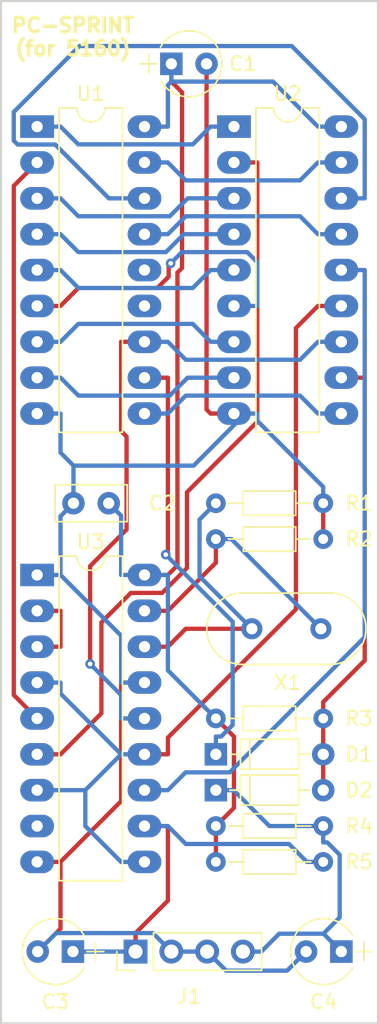
<source format=kicad_pcb>
(kicad_pcb (version 20221018) (generator pcbnew)
  (layers (0 "F.Cu" signal) (31 "B.Cu" signal) (34 "B.Paste" user) (35 "F.Paste" user) (36 "B.SilkS" user "B.Silkscreen") (37 "F.SilkS" user "F.Silkscreen") (38 "B.Mask" user) (39 "F.Mask" user) (44 "Edge.Cuts" user))
  (net 0 "")
  (net 1 "Net-(C1-Pad1)")
  (net 2 "Net-(C1-Pad2)")
  (net 3 "Net-(C3-Pad1)")
  (net 4 "Net-(C4-Pad1)")
  (net 5 "Net-(D1-Pad1)")
  (net 6 "Net-(D1-Pad2)")
  (net 7 "Net-(R1-Pad1)")
  (net 8 "Net-(R2-Pad1)")
  (net 9 "Net-(U1-Pad1)")
  (net 10 "Net-(U1-Pad10)")
  (net 11 "Net-(U1-Pad2)")
  (net 12 "Net-(U1-Pad3)")
  (net 13 "Net-(U1-Pad12)")
  (net 14 "Net-(U1-Pad4)")
  (net 15 "Net-(U1-Pad13)")
  (net 16 "Net-(U1-Pad5)")
  (net 17 "Net-(U1-Pad14)")
  (net 18 "Net-(U1-Pad6)")
  (net 19 "Net-(U1-Pad15)")
  (net 20 "Net-(U1-Pad7)")
  (net 21 "Net-(U1-Pad16)")
  (net 22 "Net-(U1-Pad8)")
  (net 23 "Net-(U1-Pad17)")
  (net 24 "Net-(U2-Pad2)")
  (net 25 "Net-(U2-Pad13)")
  (net 26 "Net-(U2-Pad14)")
  (net 27 "Net-(U3-Pad2)")
  (net 28 "Net-(U3-Pad8)")
  (footprint "Pin_Headers:Pin_Header_Straight_1x04_Pitch2.54mm" (layer "F.Cu") (at 137.795 143.51 90)
    (fp_text reference "J1" (at -3.175 3.81 180) (layer "F.SilkS"))
    (fp_text value "TB1")
    (fp_line (start -1.33 -1.33) (end 0 -1.33) (stroke (width 0.12)) (layer "F.SilkS"))
    (fp_line (start -1.33 0) (end -1.33 -1.33) (stroke (width 0.12)) (layer "F.SilkS"))
    (fp_line (start -1.33 1.27) (end -1.33 8.95) (stroke (width 0.12)) (layer "F.SilkS"))
    (fp_line (start -1.33 1.27) (end 1.33 1.27) (stroke (width 0.12)) (layer "F.SilkS"))
    (fp_line (start -1.33 8.95) (end 1.33 8.95) (stroke (width 0.12)) (layer "F.SilkS"))
    (fp_line (start 1.33 1.27) (end 1.33 8.95) (stroke (width 0.12)) (layer "F.SilkS"))
    (pad "1" thru_hole rect (at 0 0 90) (size 1.7 1.7) (drill 1) (layers "*.Cu" "*.Mask") (net 3 "Net-(C3-Pad1)"))
    (pad "2" thru_hole oval (at 0 2.54 90) (size 1.7 1.7) (drill 1) (layers "*.Cu" "*.Mask") (net 2 "Net-(C1-Pad2)"))
    (pad "3" thru_hole oval (at 0 5.08 90) (size 1.7 1.7) (drill 1) (layers "*.Cu" "*.Mask") (net 2 "Net-(C1-Pad2)"))
    (pad "4" thru_hole oval (at 0 7.62 90) (size 1.7 1.7) (drill 1) (layers "*.Cu" "*.Mask") (net 4 "Net-(C4-Pad1)"))
  )
  (footprint "Resistors_THT:R_Axial_DIN0204_L3.6mm_D1.6mm_P7.62mm_Horizontal" (layer "F.Cu") (at 143.495 111.76)
    (fp_text reference "R1" (at 10.16 0) (layer "F.SilkS"))
    (fp_text value "560")
    (fp_line (start 0.88 0) (end 1.95 0) (stroke (width 0.12)) (layer "F.SilkS"))
    (fp_line (start 1.95 -0.86) (end 1.95 0.86) (stroke (width 0.12)) (layer "F.SilkS"))
    (fp_line (start 1.95 0.86) (end 5.67 0.86) (stroke (width 0.12)) (layer "F.SilkS"))
    (fp_line (start 5.67 -0.86) (end 1.95 -0.86) (stroke (width 0.12)) (layer "F.SilkS"))
    (fp_line (start 5.67 0.86) (end 5.67 -0.86) (stroke (width 0.12)) (layer "F.SilkS"))
    (fp_line (start 6.74 0) (end 5.67 0) (stroke (width 0.12)) (layer "F.SilkS"))
    (pad "1" thru_hole circle (at 0 0) (size 1.4 1.4) (drill 0.7) (layers "*.Cu" "*.Mask") (net 7 "Net-(R1-Pad1)"))
    (pad "2" thru_hole oval (at 7.62 0) (size 1.4 1.4) (drill 0.7) (layers "*.Cu" "*.Mask") (net 2 "Net-(C1-Pad2)"))
  )
  (footprint "Resistors_THT:R_Axial_DIN0204_L3.6mm_D1.6mm_P7.62mm_Horizontal" (layer "F.Cu") (at 143.495 114.3)
    (fp_text reference "R2" (at 10.16 0) (layer "F.SilkS"))
    (fp_text value "560")
    (fp_line (start 0.88 0) (end 1.95 0) (stroke (width 0.12)) (layer "F.SilkS"))
    (fp_line (start 1.95 -0.86) (end 1.95 0.86) (stroke (width 0.12)) (layer "F.SilkS"))
    (fp_line (start 1.95 0.86) (end 5.67 0.86) (stroke (width 0.12)) (layer "F.SilkS"))
    (fp_line (start 5.67 -0.86) (end 1.95 -0.86) (stroke (width 0.12)) (layer "F.SilkS"))
    (fp_line (start 5.67 0.86) (end 5.67 -0.86) (stroke (width 0.12)) (layer "F.SilkS"))
    (fp_line (start 6.74 0) (end 5.67 0) (stroke (width 0.12)) (layer "F.SilkS"))
    (pad "1" thru_hole circle (at 0 0) (size 1.4 1.4) (drill 0.7) (layers "*.Cu" "*.Mask") (net 8 "Net-(R2-Pad1)"))
    (pad "2" thru_hole oval (at 7.62 0) (size 1.4 1.4) (drill 0.7) (layers "*.Cu" "*.Mask") (net 2 "Net-(C1-Pad2)"))
  )
  (footprint "Resistors_THT:R_Axial_DIN0204_L3.6mm_D1.6mm_P7.62mm_Horizontal" (layer "F.Cu") (at 143.495 127)
    (fp_text reference "R3" (at 10.16 0) (layer "F.SilkS"))
    (fp_text value "3.3K")
    (fp_line (start 0.88 0) (end 1.95 0) (stroke (width 0.12)) (layer "F.SilkS"))
    (fp_line (start 1.95 -0.86) (end 1.95 0.86) (stroke (width 0.12)) (layer "F.SilkS"))
    (fp_line (start 1.95 0.86) (end 5.67 0.86) (stroke (width 0.12)) (layer "F.SilkS"))
    (fp_line (start 5.67 -0.86) (end 1.95 -0.86) (stroke (width 0.12)) (layer "F.SilkS"))
    (fp_line (start 5.67 0.86) (end 5.67 -0.86) (stroke (width 0.12)) (layer "F.SilkS"))
    (fp_line (start 6.74 0) (end 5.67 0) (stroke (width 0.12)) (layer "F.SilkS"))
    (pad "1" thru_hole circle (at 0 0) (size 1.4 1.4) (drill 0.7) (layers "*.Cu" "*.Mask") (net 1 "Net-(C1-Pad1)"))
    (pad "2" thru_hole oval (at 7.62 0) (size 1.4 1.4) (drill 0.7) (layers "*.Cu" "*.Mask") (net 6 "Net-(D1-Pad2)"))
  )
  (footprint "Resistors_THT:R_Axial_DIN0204_L3.6mm_D1.6mm_P7.62mm_Horizontal" (layer "F.Cu") (at 143.495 134.62)
    (fp_text reference "R4" (at 10.16 0) (layer "F.SilkS"))
    (fp_text value "10K")
    (fp_line (start 0.88 0) (end 1.95 0) (stroke (width 0.12)) (layer "F.SilkS"))
    (fp_line (start 1.95 -0.86) (end 1.95 0.86) (stroke (width 0.12)) (layer "F.SilkS"))
    (fp_line (start 1.95 0.86) (end 5.67 0.86) (stroke (width 0.12)) (layer "F.SilkS"))
    (fp_line (start 5.67 -0.86) (end 1.95 -0.86) (stroke (width 0.12)) (layer "F.SilkS"))
    (fp_line (start 5.67 0.86) (end 5.67 -0.86) (stroke (width 0.12)) (layer "F.SilkS"))
    (fp_line (start 6.74 0) (end 5.67 0) (stroke (width 0.12)) (layer "F.SilkS"))
    (pad "1" thru_hole circle (at 0 0) (size 1.4 1.4) (drill 0.7) (layers "*.Cu" "*.Mask") (net 1 "Net-(C1-Pad1)"))
    (pad "2" thru_hole oval (at 7.62 0) (size 1.4 1.4) (drill 0.7) (layers "*.Cu" "*.Mask") (net 4 "Net-(C4-Pad1)"))
  )
  (footprint "Resistors_THT:R_Axial_DIN0204_L3.6mm_D1.6mm_P7.62mm_Horizontal" (layer "F.Cu") (at 143.495 137.16)
    (fp_text reference "R5" (at 10.16 0) (layer "F.SilkS"))
    (fp_text value "10K")
    (fp_line (start 0.88 0) (end 1.95 0) (stroke (width 0.12)) (layer "F.SilkS"))
    (fp_line (start 1.95 -0.86) (end 1.95 0.86) (stroke (width 0.12)) (layer "F.SilkS"))
    (fp_line (start 1.95 0.86) (end 5.67 0.86) (stroke (width 0.12)) (layer "F.SilkS"))
    (fp_line (start 5.67 -0.86) (end 1.95 -0.86) (stroke (width 0.12)) (layer "F.SilkS"))
    (fp_line (start 5.67 0.86) (end 5.67 -0.86) (stroke (width 0.12)) (layer "F.SilkS"))
    (fp_line (start 6.74 0) (end 5.67 0) (stroke (width 0.12)) (layer "F.SilkS"))
    (pad "1" thru_hole circle (at 0 0) (size 1.4 1.4) (drill 0.7) (layers "*.Cu" "*.Mask") (net 1 "Net-(C1-Pad1)"))
    (pad "2" thru_hole oval (at 7.62 0) (size 1.4 1.4) (drill 0.7) (layers "*.Cu" "*.Mask") (net 3 "Net-(C3-Pad1)"))
  )
  (footprint "Housings_DIP:DIP-18_W7.62mm_LongPads" (layer "F.Cu") (at 130.81 85.09)
    (fp_text reference "U1" (at 3.81 -2.33) (layer "F.SilkS"))
    (fp_text value "8284A")
    (fp_line (start 1.56 -1.33) (end 1.56 21.65) (stroke (width 0.12)) (layer "F.SilkS"))
    (fp_line (start 1.56 21.65) (end 6.06 21.65) (stroke (width 0.12)) (layer "F.SilkS"))
    (fp_line (start 2.81 -1.33) (end 1.56 -1.33) (stroke (width 0.12)) (layer "F.SilkS"))
    (fp_line (start 6.06 -1.33) (end 4.81 -1.33) (stroke (width 0.12)) (layer "F.SilkS"))
    (fp_line (start 6.06 21.65) (end 6.06 -1.33) (stroke (width 0.12)) (layer "F.SilkS"))
    (fp_arc (start 4.81 -1.33) (mid 3.81 -0.33) (end 2.81 -1.33) (stroke (width 0.12)) (layer "F.SilkS"))
    (pad "1" thru_hole rect (at 0 0) (size 2.4 1.6) (drill 0.8) (layers "*.Cu" "*.Mask") (net 9 "Net-(U1-Pad1)"))
    (pad "2" thru_hole oval (at 0 2.54) (size 2.4 1.6) (drill 0.8) (layers "*.Cu" "*.Mask") (net 11 "Net-(U1-Pad2)"))
    (pad "3" thru_hole oval (at 0 5.08) (size 2.4 1.6) (drill 0.8) (layers "*.Cu" "*.Mask") (net 12 "Net-(U1-Pad3)"))
    (pad "4" thru_hole oval (at 0 7.62) (size 2.4 1.6) (drill 0.8) (layers "*.Cu" "*.Mask") (net 14 "Net-(U1-Pad4)"))
    (pad "5" thru_hole oval (at 0 10.16) (size 2.4 1.6) (drill 0.8) (layers "*.Cu" "*.Mask") (net 16 "Net-(U1-Pad5)"))
    (pad "6" thru_hole oval (at 0 12.7) (size 2.4 1.6) (drill 0.8) (layers "*.Cu" "*.Mask") (net 18 "Net-(U1-Pad6)"))
    (pad "7" thru_hole oval (at 0 15.24) (size 2.4 1.6) (drill 0.8) (layers "*.Cu" "*.Mask") (net 20 "Net-(U1-Pad7)"))
    (pad "8" thru_hole oval (at 0 17.78) (size 2.4 1.6) (drill 0.8) (layers "*.Cu" "*.Mask") (net 22 "Net-(U1-Pad8)"))
    (pad "9" thru_hole oval (at 0 20.32) (size 2.4 1.6) (drill 0.8) (layers "*.Cu" "*.Mask") (net 2 "Net-(C1-Pad2)"))
    (pad "10" thru_hole oval (at 7.62 20.32) (size 2.4 1.6) (drill 0.8) (layers "*.Cu" "*.Mask") (net 10 "Net-(U1-Pad10)"))
    (pad "11" thru_hole oval (at 7.62 17.78) (size 2.4 1.6) (drill 0.8) (layers "*.Cu" "*.Mask") (net 5 "Net-(D1-Pad1)"))
    (pad "12" thru_hole oval (at 7.62 15.24) (size 2.4 1.6) (drill 0.8) (layers "*.Cu" "*.Mask") (net 13 "Net-(U1-Pad12)"))
    (pad "13" thru_hole oval (at 7.62 12.7) (size 2.4 1.6) (drill 0.8) (layers "*.Cu" "*.Mask") (net 15 "Net-(U1-Pad13)"))
    (pad "14" thru_hole oval (at 7.62 10.16) (size 2.4 1.6) (drill 0.8) (layers "*.Cu" "*.Mask") (net 17 "Net-(U1-Pad14)"))
    (pad "15" thru_hole oval (at 7.62 7.62) (size 2.4 1.6) (drill 0.8) (layers "*.Cu" "*.Mask") (net 19 "Net-(U1-Pad15)"))
    (pad "16" thru_hole oval (at 7.62 5.08) (size 2.4 1.6) (drill 0.8) (layers "*.Cu" "*.Mask") (net 21 "Net-(U1-Pad16)"))
    (pad "17" thru_hole oval (at 7.62 2.54) (size 2.4 1.6) (drill 0.8) (layers "*.Cu" "*.Mask") (net 23 "Net-(U1-Pad17)"))
    (pad "18" thru_hole oval (at 7.62 0) (size 2.4 1.6) (drill 0.8) (layers "*.Cu" "*.Mask") (net 1 "Net-(C1-Pad1)"))
  )
  (footprint "Housings_DIP:DIP-18_W7.62mm_LongPads" (layer "F.Cu") (at 144.78 85.09)
    (fp_text reference "U2" (at 3.81 -2.33) (layer "F.SilkS"))
    (fp_text value "8284A")
    (fp_line (start 1.56 -1.33) (end 1.56 21.65) (stroke (width 0.12)) (layer "F.SilkS"))
    (fp_line (start 1.56 21.65) (end 6.06 21.65) (stroke (width 0.12)) (layer "F.SilkS"))
    (fp_line (start 2.81 -1.33) (end 1.56 -1.33) (stroke (width 0.12)) (layer "F.SilkS"))
    (fp_line (start 6.06 -1.33) (end 4.81 -1.33) (stroke (width 0.12)) (layer "F.SilkS"))
    (fp_line (start 6.06 21.65) (end 6.06 -1.33) (stroke (width 0.12)) (layer "F.SilkS"))
    (fp_arc (start 4.81 -1.33) (mid 3.81 -0.33) (end 2.81 -1.33) (stroke (width 0.12)) (layer "F.SilkS"))
    (pad "1" thru_hole rect (at 0 0) (size 2.4 1.6) (drill 0.8) (layers "*.Cu" "*.Mask") (net 9 "Net-(U1-Pad1)"))
    (pad "2" thru_hole oval (at 0 2.54) (size 2.4 1.6) (drill 0.8) (layers "*.Cu" "*.Mask") (net 24 "Net-(U2-Pad2)"))
    (pad "3" thru_hole oval (at 0 5.08) (size 2.4 1.6) (drill 0.8) (layers "*.Cu" "*.Mask") (net 12 "Net-(U1-Pad3)"))
    (pad "4" thru_hole oval (at 0 7.62) (size 2.4 1.6) (drill 0.8) (layers "*.Cu" "*.Mask") (net 14 "Net-(U1-Pad4)"))
    (pad "5" thru_hole oval (at 0 10.16) (size 2.4 1.6) (drill 0.8) (layers "*.Cu" "*.Mask") (net 16 "Net-(U1-Pad5)"))
    (pad "6" thru_hole oval (at 0 12.7) (size 2.4 1.6) (drill 0.8) (layers "*.Cu" "*.Mask") (net 18 "Net-(U1-Pad6)"))
    (pad "7" thru_hole oval (at 0 15.24) (size 2.4 1.6) (drill 0.8) (layers "*.Cu" "*.Mask") (net 20 "Net-(U1-Pad7)"))
    (pad "8" thru_hole oval (at 0 17.78) (size 2.4 1.6) (drill 0.8) (layers "*.Cu" "*.Mask") (net 22 "Net-(U1-Pad8)"))
    (pad "9" thru_hole oval (at 0 20.32) (size 2.4 1.6) (drill 0.8) (layers "*.Cu" "*.Mask") (net 2 "Net-(C1-Pad2)"))
    (pad "10" thru_hole oval (at 7.62 20.32) (size 2.4 1.6) (drill 0.8) (layers "*.Cu" "*.Mask") (net 10 "Net-(U1-Pad10)"))
    (pad "11" thru_hole oval (at 7.62 17.78) (size 2.4 1.6) (drill 0.8) (layers "*.Cu" "*.Mask") (net 6 "Net-(D1-Pad2)"))
    (pad "12" thru_hole oval (at 7.62 15.24) (size 2.4 1.6) (drill 0.8) (layers "*.Cu" "*.Mask") (net 13 "Net-(U1-Pad12)"))
    (pad "13" thru_hole oval (at 7.62 12.7) (size 2.4 1.6) (drill 0.8) (layers "*.Cu" "*.Mask") (net 25 "Net-(U2-Pad13)"))
    (pad "14" thru_hole oval (at 7.62 10.16) (size 2.4 1.6) (drill 0.8) (layers "*.Cu" "*.Mask") (net 26 "Net-(U2-Pad14)"))
    (pad "15" thru_hole oval (at 7.62 7.62) (size 2.4 1.6) (drill 0.8) (layers "*.Cu" "*.Mask") (net 19 "Net-(U1-Pad15)"))
    (pad "16" thru_hole oval (at 7.62 5.08) (size 2.4 1.6) (drill 0.8) (layers "*.Cu" "*.Mask") (net 21 "Net-(U1-Pad16)"))
    (pad "17" thru_hole oval (at 7.62 2.54) (size 2.4 1.6) (drill 0.8) (layers "*.Cu" "*.Mask") (net 23 "Net-(U1-Pad17)"))
    (pad "18" thru_hole oval (at 7.62 0) (size 2.4 1.6) (drill 0.8) (layers "*.Cu" "*.Mask") (net 1 "Net-(C1-Pad1)"))
  )
  (footprint "Housings_DIP:DIP-18_W7.62mm_LongPads" (layer "F.Cu") (at 130.81 116.84)
    (fp_text reference "U3" (at 3.81 -2.33) (layer "F.SilkS"))
    (fp_text value "8284A")
    (fp_line (start 1.56 -1.33) (end 1.56 21.65) (stroke (width 0.12)) (layer "F.SilkS"))
    (fp_line (start 1.56 21.65) (end 6.06 21.65) (stroke (width 0.12)) (layer "F.SilkS"))
    (fp_line (start 2.81 -1.33) (end 1.56 -1.33) (stroke (width 0.12)) (layer "F.SilkS"))
    (fp_line (start 6.06 -1.33) (end 4.81 -1.33) (stroke (width 0.12)) (layer "F.SilkS"))
    (fp_line (start 6.06 21.65) (end 6.06 -1.33) (stroke (width 0.12)) (layer "F.SilkS"))
    (fp_arc (start 4.81 -1.33) (mid 3.81 -0.33) (end 2.81 -1.33) (stroke (width 0.12)) (layer "F.SilkS"))
    (pad "1" thru_hole rect (at 0 0) (size 2.4 1.6) (drill 0.8) (layers "*.Cu" "*.Mask") (net 2 "Net-(C1-Pad2)"))
    (pad "2" thru_hole oval (at 0 2.54) (size 2.4 1.6) (drill 0.8) (layers "*.Cu" "*.Mask") (net 27 "Net-(U3-Pad2)"))
    (pad "3" thru_hole oval (at 0 5.08) (size 2.4 1.6) (drill 0.8) (layers "*.Cu" "*.Mask") (net 27 "Net-(U3-Pad2)"))
    (pad "4" thru_hole oval (at 0 7.62) (size 2.4 1.6) (drill 0.8) (layers "*.Cu" "*.Mask") (net 25 "Net-(U2-Pad13)"))
    (pad "5" thru_hole oval (at 0 10.16) (size 2.4 1.6) (drill 0.8) (layers "*.Cu" "*.Mask") (net 11 "Net-(U1-Pad2)"))
    (pad "6" thru_hole oval (at 0 12.7) (size 2.4 1.6) (drill 0.8) (layers "*.Cu" "*.Mask") (net 24 "Net-(U2-Pad2)"))
    (pad "7" thru_hole oval (at 0 15.24) (size 2.4 1.6) (drill 0.8) (layers "*.Cu" "*.Mask") (net 25 "Net-(U2-Pad13)"))
    (pad "8" thru_hole oval (at 0 17.78) (size 2.4 1.6) (drill 0.8) (layers "*.Cu" "*.Mask") (net 28 "Net-(U3-Pad8)"))
    (pad "9" thru_hole oval (at 0 20.32) (size 2.4 1.6) (drill 0.8) (layers "*.Cu" "*.Mask") (net 2 "Net-(C1-Pad2)"))
    (pad "10" thru_hole oval (at 7.62 20.32) (size 2.4 1.6) (drill 0.8) (layers "*.Cu" "*.Mask") (net 25 "Net-(U2-Pad13)"))
    (pad "11" thru_hole oval (at 7.62 17.78) (size 2.4 1.6) (drill 0.8) (layers "*.Cu" "*.Mask") (net 3 "Net-(C3-Pad1)"))
    (pad "12" thru_hole oval (at 7.62 15.24) (size 2.4 1.6) (drill 0.8) (layers "*.Cu" "*.Mask") (net 26 "Net-(U2-Pad14)"))
    (pad "13" thru_hole oval (at 7.62 12.7) (size 2.4 1.6) (drill 0.8) (layers "*.Cu" "*.Mask") (net 25 "Net-(U2-Pad13)"))
    (pad "14" thru_hole oval (at 7.62 10.16) (size 2.4 1.6) (drill 0.8) (layers "*.Cu" "*.Mask") (net 13 "Net-(U1-Pad12)"))
    (pad "15" thru_hole oval (at 7.62 7.62) (size 2.4 1.6) (drill 0.8) (layers "*.Cu" "*.Mask") (net 2 "Net-(C1-Pad2)"))
    (pad "16" thru_hole oval (at 7.62 5.08) (size 2.4 1.6) (drill 0.8) (layers "*.Cu" "*.Mask") (net 7 "Net-(R1-Pad1)"))
    (pad "17" thru_hole oval (at 7.62 2.54) (size 2.4 1.6) (drill 0.8) (layers "*.Cu" "*.Mask") (net 8 "Net-(R2-Pad1)"))
    (pad "18" thru_hole oval (at 7.62 0) (size 2.4 1.6) (drill 0.8) (layers "*.Cu" "*.Mask") (net 1 "Net-(C1-Pad1)"))
  )
  (footprint "Crystals:Crystal_HC18-U_Vertical" (layer "F.Cu") (at 146.05 120.65)
    (fp_text reference "X1" (at 2.54 3.81) (layer "F.SilkS"))
    (fp_text value "22.11 MHz")
    (fp_line (start -0.675 -2.525) (end 5.575 -2.525) (stroke (width 0.12)) (layer "F.SilkS"))
    (fp_line (start -0.675 2.525) (end 5.575 2.525) (stroke (width 0.12)) (layer "F.SilkS"))
    (fp_arc (start -0.675 2.525) (mid -3.2 0) (end -0.675 -2.525) (stroke (width 0.12)) (layer "F.SilkS"))
    (fp_arc (start 5.575 -2.525) (mid 8.1 0) (end 5.575 2.525) (stroke (width 0.12)) (layer "F.SilkS"))
    (pad "1" thru_hole circle (at 0 0) (size 1.5 1.5) (drill 0.8) (layers "*.Cu" "*.Mask") (net 7 "Net-(R1-Pad1)"))
    (pad "2" thru_hole circle (at 4.9 0) (size 1.5 1.5) (drill 0.8) (layers "*.Cu" "*.Mask") (net 8 "Net-(R2-Pad1)"))
  )
  (footprint "Capacitors_THT:C_Disc_D5.0mm_W2.5mm_P2.50mm" (layer "F.Cu") (at 135.89 111.76 180)
    (fp_text reference "C2" (at -3.81 0 180) (layer "F.SilkS"))
    (fp_text value "0.01uF")
    (fp_line (start -1.31 -1.31) (end -1.31 1.31) (stroke (width 0.12)) (layer "F.SilkS"))
    (fp_line (start -1.31 -1.31) (end 3.81 -1.31) (stroke (width 0.12)) (layer "F.SilkS"))
    (fp_line (start -1.31 1.31) (end 3.81 1.31) (stroke (width 0.12)) (layer "F.SilkS"))
    (fp_line (start 3.81 -1.31) (end 3.81 1.31) (stroke (width 0.12)) (layer "F.SilkS"))
    (pad "1" thru_hole circle (at 0 0 180) (size 1.6 1.6) (drill 0.8) (layers "*.Cu" "*.Mask") (net 1 "Net-(C1-Pad1)"))
    (pad "2" thru_hole circle (at 2.5 0 180) (size 1.6 1.6) (drill 0.8) (layers "*.Cu" "*.Mask") (net 2 "Net-(C1-Pad2)"))
  )
  (footprint "Diodes_THT:D_DO-35_SOD27_P7.62mm_Horizontal" (layer "F.Cu") (at 143.495 129.54)
    (fp_text reference "D1" (at 10.16 0) (layer "F.SilkS"))
    (fp_text value "1N4148")
    (fp_line (start 0.98 0) (end 1.75 0) (stroke (width 0.12)) (layer "F.SilkS"))
    (fp_line (start 1.75 -1.06) (end 1.75 1.06) (stroke (width 0.12)) (layer "F.SilkS"))
    (fp_line (start 1.75 1.06) (end 5.87 1.06) (stroke (width 0.12)) (layer "F.SilkS"))
    (fp_line (start 2.41 -1.06) (end 2.41 1.06) (stroke (width 0.12)) (layer "F.SilkS"))
    (fp_line (start 5.87 -1.06) (end 1.75 -1.06) (stroke (width 0.12)) (layer "F.SilkS"))
    (fp_line (start 5.87 1.06) (end 5.87 -1.06) (stroke (width 0.12)) (layer "F.SilkS"))
    (fp_line (start 6.64 0) (end 5.87 0) (stroke (width 0.12)) (layer "F.SilkS"))
    (pad "1" thru_hole rect (at 0 0) (size 1.6 1.6) (drill 0.8) (layers "*.Cu" "*.Mask") (net 5 "Net-(D1-Pad1)"))
    (pad "2" thru_hole oval (at 7.62 0) (size 1.6 1.6) (drill 0.8) (layers "*.Cu" "*.Mask") (net 6 "Net-(D1-Pad2)"))
  )
  (footprint "Diodes_THT:D_DO-35_SOD27_P7.62mm_Horizontal" (layer "F.Cu") (at 143.495 132.08)
    (fp_text reference "D2" (at 10.16 0) (layer "F.SilkS"))
    (fp_text value "1N4148")
    (fp_line (start 0.98 0) (end 1.75 0) (stroke (width 0.12)) (layer "F.SilkS"))
    (fp_line (start 1.75 -1.06) (end 1.75 1.06) (stroke (width 0.12)) (layer "F.SilkS"))
    (fp_line (start 1.75 1.06) (end 5.87 1.06) (stroke (width 0.12)) (layer "F.SilkS"))
    (fp_line (start 2.41 -1.06) (end 2.41 1.06) (stroke (width 0.12)) (layer "F.SilkS"))
    (fp_line (start 5.87 -1.06) (end 1.75 -1.06) (stroke (width 0.12)) (layer "F.SilkS"))
    (fp_line (start 5.87 1.06) (end 5.87 -1.06) (stroke (width 0.12)) (layer "F.SilkS"))
    (fp_line (start 6.64 0) (end 5.87 0) (stroke (width 0.12)) (layer "F.SilkS"))
    (pad "1" thru_hole rect (at 0 0) (size 1.6 1.6) (drill 0.8) (layers "*.Cu" "*.Mask") (net 4 "Net-(C4-Pad1)"))
    (pad "2" thru_hole oval (at 7.62 0) (size 1.6 1.6) (drill 0.8) (layers "*.Cu" "*.Mask") (net 6 "Net-(D1-Pad2)"))
  )
  (footprint "Capacitors_THT:CP_Radial_Tantal_D4.5mm_P2.50mm" (layer "F.Cu") (at 140.335 80.645)
    (fp_text reference "C1" (at 5.08 0) (layer "F.SilkS"))
    (fp_text value "10uF")
    (fp_line (start -2.2 0) (end -1 0) (stroke (width 0.12)) (layer "F.SilkS"))
    (fp_line (start -1.6 -0.65) (end -1.6 0.65) (stroke (width 0.12)) (layer "F.SilkS"))
    (fp_arc (start -0.770693 -1.18) (mid 1.249311 -2.34) (end 3.269998 -1.181189) (stroke (width 0.12)) (layer "F.SilkS"))
    (fp_arc (start 3.269998 1.181189) (mid 1.249311 2.34) (end -0.770693 1.18) (stroke (width 0.12)) (layer "F.SilkS"))
    (fp_arc (start 3.270693 -1.18) (mid 3.59 0.000689) (end 3.269998 1.181189) (stroke (width 0.12)) (layer "F.SilkS"))
    (pad "1" thru_hole rect (at 0 0) (size 1.6 1.6) (drill 0.8) (layers "*.Cu" "*.Mask") (net 1 "Net-(C1-Pad1)"))
    (pad "2" thru_hole circle (at 2.5 0) (size 1.6 1.6) (drill 0.8) (layers "*.Cu" "*.Mask") (net 2 "Net-(C1-Pad2)"))
  )
  (footprint "Capacitors_THT:CP_Radial_Tantal_D4.5mm_P2.50mm" (layer "F.Cu") (at 133.35 143.51 180)
    (fp_text reference "C3" (at 1.25 -3.56 180) (layer "F.SilkS"))
    (fp_text value "10uF")
    (fp_line (start -2.2 0) (end -1 0) (stroke (width 0.12)) (layer "F.SilkS"))
    (fp_line (start -1.6 -0.65) (end -1.6 0.65) (stroke (width 0.12)) (layer "F.SilkS"))
    (fp_arc (start -0.770693 -1.18) (mid 1.249311 -2.34) (end 3.269998 -1.181189) (stroke (width 0.12)) (layer "F.SilkS"))
    (fp_arc (start 3.269998 1.181189) (mid 1.249311 2.34) (end -0.770693 1.18) (stroke (width 0.12)) (layer "F.SilkS"))
    (fp_arc (start 3.270693 -1.18) (mid 3.59 0.000689) (end 3.269998 1.181189) (stroke (width 0.12)) (layer "F.SilkS"))
    (pad "1" thru_hole rect (at 0 0 180) (size 1.6 1.6) (drill 0.8) (layers "*.Cu" "*.Mask") (net 3 "Net-(C3-Pad1)"))
    (pad "2" thru_hole circle (at 2.5 0 180) (size 1.6 1.6) (drill 0.8) (layers "*.Cu" "*.Mask") (net 2 "Net-(C1-Pad2)"))
  )
  (footprint "Capacitors_THT:CP_Radial_Tantal_D4.5mm_P2.50mm" (layer "F.Cu") (at 152.4 143.51 180)
    (fp_text reference "C4" (at 1.25 -3.56 180) (layer "F.SilkS"))
    (fp_text value "10uF")
    (fp_line (start -2.2 0) (end -1 0) (stroke (width 0.12)) (layer "F.SilkS"))
    (fp_line (start -1.6 -0.65) (end -1.6 0.65) (stroke (width 0.12)) (layer "F.SilkS"))
    (fp_arc (start -0.770693 -1.18) (mid 1.249311 -2.34) (end 3.269998 -1.181189) (stroke (width 0.12)) (layer "F.SilkS"))
    (fp_arc (start 3.269998 1.181189) (mid 1.249311 2.34) (end -0.770693 1.18) (stroke (width 0.12)) (layer "F.SilkS"))
    (fp_arc (start 3.270693 -1.18) (mid 3.59 0.000689) (end 3.269998 1.181189) (stroke (width 0.12)) (layer "F.SilkS"))
    (pad "1" thru_hole rect (at 0 0 180) (size 1.6 1.6) (drill 0.8) (layers "*.Cu" "*.Mask") (net 4 "Net-(C4-Pad1)"))
    (pad "2" thru_hole circle (at 2.5 0 180) (size 1.6 1.6) (drill 0.8) (layers "*.Cu" "*.Mask") (net 2 "Net-(C1-Pad2)"))
  )
  (gr_line (start 155 76.2) (end 155 148.59) (stroke (width 0.15)) (layer "Edge.Cuts"))
  (gr_line (start 128.25 148.59) (end 155 148.59) (stroke (width 0.15)) (layer "Edge.Cuts"))
  (gr_line (start 128.25 76.2) (end 155 76.2) (stroke (width 0.15)) (layer "Edge.Cuts"))
  (gr_line (start 128.25 148.59) (end 128.25 76.2) (stroke (width 0.15)) (layer "Edge.Cuts"))
  (gr_text "PC-SPRINT\n(for 5160)" (at 133.35 78.74) (layer "F.SilkS") (effects (font (size 1.016 1.016) (thickness 0.254))))
  (segment (start 140.0891 116.84) (end 140.7688 116.1603) (width 0.3048) (layer "F.Cu") (net 1))
  (segment (start 141.0954 95.1007) (end 141.0954 82.6645) (width 0.3048) (layer "F.Cu") (net 1))
  (segment (start 144.7774 128.2824) (end 143.495 127) (width 0.3048) (layer "F.Cu") (net 1))
  (segment (start 143.495 134.62) (end 144.7774 133.3376) (width 0.3048) (layer "F.Cu") (net 1))
  (segment (start 144.7774 133.3376) (end 144.7774 128.2824) (width 0.3048) (layer "F.Cu") (net 1))
  (segment (start 138.43 116.84) (end 140.0891 116.84) (width 0.3048) (layer "F.Cu") (net 1))
  (segment (start 143.495 137.16) (end 143.495 134.62) (width 0.3048) (layer "F.Cu") (net 1))
  (segment (start 140.335 80.645) (end 140.335 81.9041) (width 0.3048) (layer "F.Cu") (net 1))
  (segment (start 140.7688 116.1603) (end 140.7688 95.4273) (width 0.3048) (layer "F.Cu") (net 1))
  (segment (start 141.0954 82.6645) (end 140.335 81.9041) (width 0.3048) (layer "F.Cu") (net 1))
  (segment (start 140.7688 95.4273) (end 141.0954 95.1007) (width 0.3048) (layer "F.Cu") (net 1))
  (segment (start 135.89 111.76) (end 136.7709 112.6409) (width 0.3048) (layer "B.Cu") (net 1))
  (segment (start 150.7409 85.09) (end 147.555 81.9041) (width 0.3048) (layer "B.Cu") (net 1))
  (segment (start 138.43 85.09) (end 140.0891 85.09) (width 0.3048) (layer "B.Cu") (net 1))
  (segment (start 147.555 81.9041) (end 140.335 81.9041) (width 0.3048) (layer "B.Cu") (net 1))
  (segment (start 140.0891 116.84) (end 140.0891 123.5941) (width 0.3048) (layer "B.Cu") (net 1))
  (segment (start 140.335 80.645) (end 140.335 81.9041) (width 0.3048) (layer "B.Cu") (net 1))
  (segment (start 138.43 116.84) (end 136.7709 116.84) (width 0.3048) (layer "B.Cu") (net 1))
  (segment (start 138.43 116.84) (end 140.0891 116.84) (width 0.3048) (layer "B.Cu") (net 1))
  (segment (start 136.7709 112.6409) (end 136.7709 116.84) (width 0.3048) (layer "B.Cu") (net 1))
  (segment (start 152.4 85.09) (end 150.7409 85.09) (width 0.3048) (layer "B.Cu") (net 1))
  (segment (start 140.0891 123.5941) (end 143.495 127) (width 0.3048) (layer "B.Cu") (net 1))
  (segment (start 140.0891 82.15) (end 140.0891 85.09) (width 0.3048) (layer "B.Cu") (net 1))
  (segment (start 140.335 81.9041) (end 140.0891 82.15) (width 0.3048) (layer "B.Cu") (net 1))
  (segment (start 136.7709 132.8567) (end 136.7709 124.46) (width 0.3048) (layer "F.Cu") (net 2))
  (segment (start 151.115 114.3) (end 151.115 111.76) (width 0.3048) (layer "F.Cu") (net 2))
  (segment (start 138.43 124.46) (end 136.7709 124.46) (width 0.3048) (layer "F.Cu") (net 2))
  (segment (start 142.835 105.1241) (end 143.1209 105.41) (width 0.3048) (layer "F.Cu") (net 2))
  (segment (start 130.85 143.51) (end 132.4691 141.8909) (width 0.3048) (layer "F.Cu") (net 2))
  (segment (start 144.78 105.41) (end 143.1209 105.41) (width 0.3048) (layer "F.Cu") (net 2))
  (segment (start 132.4691 141.8909) (end 132.4691 137.16) (width 0.3048) (layer "F.Cu") (net 2))
  (segment (start 130.81 137.16) (end 132.3158 137.16) (width 0.3048) (layer "F.Cu") (net 2))
  (segment (start 142.835 80.645) (end 142.835 105.1241) (width 0.3048) (layer "F.Cu") (net 2))
  (segment (start 132.4676 137.16) (end 132.4691 137.16) (width 0.3048) (layer "F.Cu") (net 2))
  (segment (start 132.3158 137.16) (end 132.4676 137.16) (width 0.3048) (layer "F.Cu") (net 2))
  (segment (start 132.4676 137.16) (end 136.7709 132.8567) (width 0.3048) (layer "F.Cu") (net 2))
  (segment (start 145.6096 105.41) (end 141.9205 109.0991) (width 0.3048) (layer "B.Cu") (net 2))
  (segment (start 136.7709 124.46) (end 136.7709 121.1418) (width 0.3048) (layer "B.Cu") (net 2))
  (segment (start 130.81 116.84) (end 132.4691 116.84) (width 0.3048) (layer "B.Cu") (net 2))
  (segment (start 132.1591 142.2009) (end 139.0259 142.2009) (width 0.3048) (layer "B.Cu") (net 2))
  (segment (start 148.5491 144.8609) (end 144.2259 144.8609) (width 0.3048) (layer "B.Cu") (net 2))
  (segment (start 133.39 111.76) (end 133.39 109.0991) (width 0.3048) (layer "B.Cu") (net 2))
  (segment (start 132.4691 108.1782) (end 132.4691 105.41) (width 0.3048) (layer "B.Cu") (net 2))
  (segment (start 151.115 111.76) (end 151.115 110.6009) (width 0.3048) (layer "B.Cu") (net 2))
  (segment (start 146.4391 105.41) (end 146.4391 105.925) (width 0.3048) (layer "B.Cu") (net 2))
  (segment (start 133.39 109.0991) (end 132.4691 108.1782) (width 0.3048) (layer "B.Cu") (net 2))
  (segment (start 132.4691 112.6809) (end 132.4691 116.84) (width 0.3048) (layer "B.Cu") (net 2))
  (segment (start 146.4391 105.925) (end 151.115 110.6009) (width 0.3048) (layer "B.Cu") (net 2))
  (segment (start 136.7709 121.1418) (end 132.4691 116.84) (width 0.3048) (layer "B.Cu") (net 2))
  (segment (start 145.6096 105.41) (end 146.4391 105.41) (width 0.3048) (layer "B.Cu") (net 2))
  (segment (start 138.43 124.46) (end 136.7709 124.46) (width 0.3048) (layer "B.Cu") (net 2))
  (segment (start 130.81 105.41) (end 132.4691 105.41) (width 0.3048) (layer "B.Cu") (net 2))
  (segment (start 142.875 143.51) (end 141.6441 143.51) (width 0.3048) (layer "B.Cu") (net 2))
  (segment (start 144.2259 144.8609) (end 142.875 143.51) (width 0.3048) (layer "B.Cu") (net 2))
  (segment (start 140.335 143.51) (end 141.6441 143.51) (width 0.3048) (layer "B.Cu") (net 2))
  (segment (start 144.78 105.41) (end 145.6096 105.41) (width 0.3048) (layer "B.Cu") (net 2))
  (segment (start 139.0259 142.2009) (end 140.335 143.51) (width 0.3048) (layer "B.Cu") (net 2))
  (segment (start 149.9 143.51) (end 148.5491 144.8609) (width 0.3048) (layer "B.Cu") (net 2))
  (segment (start 141.9205 109.0991) (end 133.39 109.0991) (width 0.3048) (layer "B.Cu") (net 2))
  (segment (start 130.85 143.51) (end 132.1591 142.2009) (width 0.3048) (layer "B.Cu") (net 2))
  (segment (start 133.39 111.76) (end 132.4691 112.6809) (width 0.3048) (layer "B.Cu") (net 2))
  (segment (start 140.0891 139.9068) (end 137.795 142.2009) (width 0.3048) (layer "F.Cu") (net 3))
  (segment (start 138.43 134.62) (end 140.0891 134.62) (width 0.3048) (layer "F.Cu") (net 3))
  (segment (start 140.0891 134.62) (end 140.0891 139.9068) (width 0.3048) (layer "F.Cu") (net 3))
  (segment (start 137.795 143.51) (end 137.795 142.2009) (width 0.3048) (layer "F.Cu") (net 3))
  (segment (start 138.43 134.62) (end 140.0891 134.62) (width 0.3048) (layer "B.Cu") (net 3))
  (segment (start 140.0891 134.62) (end 141.3591 135.89) (width 0.3048) (layer "B.Cu") (net 3))
  (segment (start 148.6859 135.89) (end 149.9559 137.16) (width 0.3048) (layer "B.Cu") (net 3))
  (segment (start 151.115 137.16) (end 149.9559 137.16) (width 0.3048) (layer "B.Cu") (net 3))
  (segment (start 133.35 143.51) (end 137.795 143.51) (width 0.3048) (layer "B.Cu") (net 3))
  (segment (start 141.3591 135.89) (end 148.6859 135.89) (width 0.3048) (layer "B.Cu") (net 3))
  (segment (start 151.1333 142.2433) (end 147.9908 142.2433) (width 0.3048) (layer "B.Cu") (net 4))
  (segment (start 147.2941 134.62) (end 151.115 134.62) (width 0.3048) (layer "B.Cu") (net 4))
  (segment (start 151.115 134.62) (end 151.115 135.7791) (width 0.3048) (layer "B.Cu") (net 4))
  (segment (start 143.495 132.08) (end 144.7541 132.08) (width 0.3048) (layer "B.Cu") (net 4))
  (segment (start 151.115 135.7791) (end 151.4048 135.7791) (width 0.3048) (layer "B.Cu") (net 4))
  (segment (start 152.2823 136.6566) (end 152.2823 141.0943) (width 0.3048) (layer "B.Cu") (net 4))
  (segment (start 151.4048 135.7791) (end 152.2823 136.6566) (width 0.3048) (layer "B.Cu") (net 4))
  (segment (start 152.4 143.51) (end 151.1333 142.2433) (width 0.3048) (layer "B.Cu") (net 4))
  (segment (start 144.7541 132.08) (end 147.2941 134.62) (width 0.3048) (layer "B.Cu") (net 4))
  (segment (start 152.2823 141.0943) (end 151.1333 142.2433) (width 0.3048) (layer "B.Cu") (net 4))
  (segment (start 145.415 143.51) (end 146.7241 143.51) (width 0.3048) (layer "B.Cu") (net 4))
  (segment (start 147.9908 142.2433) (end 146.7241 143.51) (width 0.3048) (layer "B.Cu") (net 4))
  (segment (start 138.43 102.87) (end 140.0891 102.87) (width 0.3048) (layer "F.Cu") (net 5))
  (segment (start 140.0891 115.2489) (end 139.9377 115.4003) (width 0.3048) (layer "F.Cu") (net 5))
  (segment (start 140.0891 102.87) (end 140.0891 115.2489) (width 0.3048) (layer "F.Cu") (net 5))
  (via (at 139.9377 115.4003) (size 0.6858) (drill 0.3302) (layers "F.Cu" "B.Cu") (net 5))
  (segment (start 143.495 129.54) (end 143.495 128.2809) (width 0.3048) (layer "B.Cu") (net 5))
  (segment (start 143.495 128.2809) (end 143.8678 128.2809) (width 0.3048) (layer "B.Cu") (net 5))
  (segment (start 144.6878 120.1504) (end 139.9377 115.4003) (width 0.3048) (layer "B.Cu") (net 5))
  (segment (start 143.8678 128.2809) (end 144.6878 127.4609) (width 0.3048) (layer "B.Cu") (net 5))
  (segment (start 144.6878 127.4609) (end 144.6878 120.1504) (width 0.3048) (layer "B.Cu") (net 5))
  (segment (start 154.0591 122.8968) (end 151.115 125.8409) (width 0.3048) (layer "F.Cu") (net 6))
  (segment (start 151.115 132.08) (end 151.115 129.54) (width 0.3048) (layer "F.Cu") (net 6))
  (segment (start 152.4 102.87) (end 154.0591 102.87) (width 0.3048) (layer "F.Cu") (net 6))
  (segment (start 154.0591 102.87) (end 154.0591 122.8968) (width 0.3048) (layer "F.Cu") (net 6))
  (segment (start 151.115 129.54) (end 151.115 127) (width 0.3048) (layer "F.Cu") (net 6))
  (segment (start 151.115 127) (end 151.115 125.8409) (width 0.3048) (layer "F.Cu") (net 6))
  (segment (start 140.0891 121.92) (end 141.3591 120.65) (width 0.3048) (layer "F.Cu") (net 7))
  (segment (start 141.3591 120.65) (end 146.05 120.65) (width 0.3048) (layer "F.Cu") (net 7))
  (segment (start 138.43 121.92) (end 140.0891 121.92) (width 0.3048) (layer "F.Cu") (net 7))
  (segment (start 146.05 120.6479) (end 142.3359 116.9338) (width 0.3048) (layer "B.Cu") (net 7))
  (segment (start 142.3359 112.9191) (end 143.495 111.76) (width 0.3048) (layer "B.Cu") (net 7))
  (segment (start 142.3359 116.9338) (end 142.3359 112.9191) (width 0.3048) (layer "B.Cu") (net 7))
  (segment (start 146.05 120.65) (end 146.05 120.6479) (width 0.3048) (layer "B.Cu") (net 7))
  (segment (start 143.495 115.9741) (end 143.495 114.3) (width 0.3048) (layer "F.Cu") (net 8))
  (segment (start 138.43 119.38) (end 140.0891 119.38) (width 0.3048) (layer "F.Cu") (net 8))
  (segment (start 140.0891 119.38) (end 143.495 115.9741) (width 0.3048) (layer "F.Cu") (net 8))
  (segment (start 144.6 114.3) (end 143.495 114.3) (width 0.3048) (layer "B.Cu") (net 8))
  (segment (start 150.95 120.65) (end 144.6 114.3) (width 0.3048) (layer "B.Cu") (net 8))
  (segment (start 143.1209 85.09) (end 141.8618 86.3491) (width 0.3048) (layer "B.Cu") (net 9))
  (segment (start 133.7282 86.3491) (end 132.4691 85.09) (width 0.3048) (layer "B.Cu") (net 9))
  (segment (start 130.81 85.09) (end 132.4691 85.09) (width 0.3048) (layer "B.Cu") (net 9))
  (segment (start 141.8618 86.3491) (end 133.7282 86.3491) (width 0.3048) (layer "B.Cu") (net 9))
  (segment (start 144.78 85.09) (end 143.1209 85.09) (width 0.3048) (layer "B.Cu") (net 9))
  (segment (start 141.359 104.1401) (end 140.0891 105.41) (width 0.3048) (layer "B.Cu") (net 10))
  (segment (start 138.43 105.41) (end 140.0891 105.41) (width 0.3048) (layer "B.Cu") (net 10))
  (segment (start 152.4 105.41) (end 150.7409 105.41) (width 0.3048) (layer "B.Cu") (net 10))
  (segment (start 150.7409 105.41) (end 149.471 104.1401) (width 0.3048) (layer "B.Cu") (net 10))
  (segment (start 149.471 104.1401) (end 141.359 104.1401) (width 0.3048) (layer "B.Cu") (net 10))
  (segment (start 129.1528 125.3428) (end 130.81 127) (width 0.3048) (layer "F.Cu") (net 11))
  (segment (start 129.1528 89.2872) (end 129.1528 125.3428) (width 0.3048) (layer "F.Cu") (net 11))
  (segment (start 130.81 87.63) (end 129.1528 89.2872) (width 0.3048) (layer "F.Cu") (net 11))
  (segment (start 130.81 90.17) (end 132.4691 90.17) (width 0.3048) (layer "B.Cu") (net 12))
  (segment (start 140.2227 91.4399) (end 133.739 91.4399) (width 0.3048) (layer "B.Cu") (net 12))
  (segment (start 141.4926 90.17) (end 140.2227 91.4399) (width 0.3048) (layer "B.Cu") (net 12))
  (segment (start 144.78 90.17) (end 141.4926 90.17) (width 0.3048) (layer "B.Cu") (net 12))
  (segment (start 133.739 91.4399) (end 132.4691 90.17) (width 0.3048) (layer "B.Cu") (net 12))
  (segment (start 136.7709 106.6523) (end 137.1566 107.038) (width 0.3048) (layer "F.Cu") (net 13))
  (segment (start 136.7709 100.33) (end 136.7709 106.6523) (width 0.3048) (layer "F.Cu") (net 13))
  (segment (start 137.1566 113.63) (end 134.5709 116.2157) (width 0.3048) (layer "F.Cu") (net 13))
  (segment (start 134.5709 116.2157) (end 134.5709 123.1409) (width 0.3048) (layer "F.Cu") (net 13))
  (segment (start 137.1566 107.038) (end 137.1566 113.63) (width 0.3048) (layer "F.Cu") (net 13))
  (segment (start 138.43 100.33) (end 136.7709 100.33) (width 0.3048) (layer "F.Cu") (net 13))
  (via (at 134.5709 123.1409) (size 0.6858) (drill 0.3302) (layers "F.Cu" "B.Cu") (net 13))
  (segment (start 141.359 101.5999) (end 149.471 101.5999) (width 0.3048) (layer "B.Cu") (net 13))
  (segment (start 140.0891 100.33) (end 141.359 101.5999) (width 0.3048) (layer "B.Cu") (net 13))
  (segment (start 152.0036 100.33) (end 150.7409 100.33) (width 0.3048) (layer "B.Cu") (net 13))
  (segment (start 136.7709 125.3409) (end 134.5709 123.1409) (width 0.3048) (layer "B.Cu") (net 13))
  (segment (start 136.7709 127) (end 136.7709 125.3409) (width 0.3048) (layer "B.Cu") (net 13))
  (segment (start 138.43 100.33) (end 140.0891 100.33) (width 0.3048) (layer "B.Cu") (net 13))
  (segment (start 152.0036 100.33) (end 152.4 100.33) (width 0.3048) (layer "B.Cu") (net 13))
  (segment (start 138.43 127) (end 136.7709 127) (width 0.3048) (layer "B.Cu") (net 13))
  (segment (start 149.471 101.5999) (end 150.7409 100.33) (width 0.3048) (layer "B.Cu") (net 13))
  (segment (start 144.78 92.71) (end 143.1209 92.71) (width 0.3048) (layer "B.Cu") (net 14))
  (segment (start 139.9479 93.9799) (end 133.739 93.9799) (width 0.3048) (layer "B.Cu") (net 14))
  (segment (start 133.739 93.9799) (end 132.4691 92.71) (width 0.3048) (layer "B.Cu") (net 14))
  (segment (start 130.81 92.71) (end 132.4691 92.71) (width 0.3048) (layer "B.Cu") (net 14))
  (segment (start 141.2178 92.71) (end 139.9479 93.9799) (width 0.3048) (layer "B.Cu") (net 14))
  (segment (start 143.1209 92.71) (end 141.2178 92.71) (width 0.3048) (layer "B.Cu") (net 14))
  (segment (start 133.7391 96.52) (end 132.4691 95.25) (width 0.3048) (layer "B.Cu") (net 16))
  (segment (start 141.8509 96.52) (end 133.7391 96.52) (width 0.3048) (layer "B.Cu") (net 16))
  (segment (start 143.1209 95.25) (end 141.8509 96.52) (width 0.3048) (layer "B.Cu") (net 16))
  (segment (start 130.81 95.25) (end 132.4691 95.25) (width 0.3048) (layer "B.Cu") (net 16))
  (segment (start 144.78 95.25) (end 143.1209 95.25) (width 0.3048) (layer "B.Cu") (net 16))
  (segment (start 140.2897 94.7722) (end 140.1449 94.917) (width 0.3048) (layer "F.Cu") (net 18))
  (segment (start 140.1449 94.917) (end 140.1449 95.7186) (width 0.3048) (layer "F.Cu") (net 18))
  (segment (start 140.1449 95.7186) (end 139.3435 96.52) (width 0.3048) (layer "F.Cu") (net 18))
  (segment (start 139.3435 96.52) (end 133.7391 96.52) (width 0.3048) (layer "F.Cu") (net 18))
  (segment (start 133.7391 96.52) (end 132.4691 97.79) (width 0.3048) (layer "F.Cu") (net 18))
  (segment (start 130.81 97.79) (end 132.4691 97.79) (width 0.3048) (layer "F.Cu") (net 18))
  (via (at 140.2897 94.7722) (size 0.6858) (drill 0.3302) (layers "F.Cu" "B.Cu") (net 18))
  (segment (start 141.0822 93.9797) (end 140.2897 94.7722) (width 0.3048) (layer "B.Cu") (net 18))
  (segment (start 144.78 97.79) (end 146.4391 97.79) (width 0.3048) (layer "B.Cu") (net 18))
  (segment (start 146.4391 97.79) (end 146.4391 94.6946) (width 0.3048) (layer "B.Cu") (net 18))
  (segment (start 146.4391 94.6946) (end 145.7242 93.9797) (width 0.3048) (layer "B.Cu") (net 18))
  (segment (start 145.7242 93.9797) (end 141.0822 93.9797) (width 0.3048) (layer "B.Cu") (net 18))
  (segment (start 150.7409 92.71) (end 149.4709 91.44) (width 0.3048) (layer "B.Cu") (net 19))
  (segment (start 141.3591 91.44) (end 140.0891 92.71) (width 0.3048) (layer "B.Cu") (net 19))
  (segment (start 152.4 92.71) (end 150.7409 92.71) (width 0.3048) (layer "B.Cu") (net 19))
  (segment (start 149.4709 91.44) (end 141.3591 91.44) (width 0.3048) (layer "B.Cu") (net 19))
  (segment (start 138.43 92.71) (end 140.0891 92.71) (width 0.3048) (layer "B.Cu") (net 19))
  (segment (start 130.81 100.33) (end 132.4691 100.33) (width 0.3048) (layer "B.Cu") (net 20))
  (segment (start 141.851 99.0601) (end 133.739 99.0601) (width 0.3048) (layer "B.Cu") (net 20))
  (segment (start 144.78 100.33) (end 143.1209 100.33) (width 0.3048) (layer "B.Cu") (net 20))
  (segment (start 143.1209 100.33) (end 141.851 99.0601) (width 0.3048) (layer "B.Cu") (net 20))
  (segment (start 133.739 99.0601) (end 132.4691 100.33) (width 0.3048) (layer "B.Cu") (net 20))
  (segment (start 148.8774 79.3859) (end 133.8179 79.3859) (width 0.3048) (layer "B.Cu") (net 21))
  (segment (start 154.0591 84.5676) (end 148.8774 79.3859) (width 0.3048) (layer "B.Cu") (net 21))
  (segment (start 133.8179 79.3859) (end 129.1509 84.0529) (width 0.3048) (layer "B.Cu") (net 21))
  (segment (start 129.4301 86.36) (end 132.0924 86.36) (width 0.3048) (layer "B.Cu") (net 21))
  (segment (start 129.1509 86.0808) (end 129.4301 86.36) (width 0.3048) (layer "B.Cu") (net 21))
  (segment (start 132.0924 86.36) (end 135.9024 90.17) (width 0.3048) (layer "B.Cu") (net 21))
  (segment (start 152.4 90.17) (end 154.0591 90.17) (width 0.3048) (layer "B.Cu") (net 21))
  (segment (start 154.0591 90.17) (end 154.0591 84.5676) (width 0.3048) (layer "B.Cu") (net 21))
  (segment (start 135.9024 90.17) (end 138.43 90.17) (width 0.3048) (layer "B.Cu") (net 21))
  (segment (start 129.1509 84.0529) (end 129.1509 86.0808) (width 0.3048) (layer "B.Cu") (net 21))
  (segment (start 144.78 102.87) (end 141.4926 102.87) (width 0.3048) (layer "B.Cu") (net 22))
  (segment (start 141.4926 102.87) (end 140.2227 104.1399) (width 0.3048) (layer "B.Cu") (net 22))
  (segment (start 130.81 102.87) (end 132.4691 102.87) (width 0.3048) (layer "B.Cu") (net 22))
  (segment (start 133.739 104.1399) (end 132.4691 102.87) (width 0.3048) (layer "B.Cu") (net 22))
  (segment (start 140.2227 104.1399) (end 133.739 104.1399) (width 0.3048) (layer "B.Cu") (net 22))
  (segment (start 138.43 87.63) (end 140.0891 87.63) (width 0.3048) (layer "B.Cu") (net 23))
  (segment (start 149.471 88.8999) (end 141.359 88.8999) (width 0.3048) (layer "B.Cu") (net 23))
  (segment (start 141.359 88.8999) (end 140.0891 87.63) (width 0.3048) (layer "B.Cu") (net 23))
  (segment (start 152.4 87.63) (end 150.7409 87.63) (width 0.3048) (layer "B.Cu") (net 23))
  (segment (start 150.7409 87.63) (end 149.471 88.8999) (width 0.3048) (layer "B.Cu") (net 23))
  (segment (start 146.4391 105.9864) (end 146.4391 87.63) (width 0.3048) (layer "F.Cu") (net 24))
  (segment (start 132.4691 129.54) (end 135.3729 126.6362) (width 0.3048) (layer "F.Cu") (net 24))
  (segment (start 139.685 118.11) (end 141.446 116.349) (width 0.3048) (layer "F.Cu") (net 24))
  (segment (start 137.4597 118.11) (end 139.685 118.11) (width 0.3048) (layer "F.Cu") (net 24))
  (segment (start 135.3729 126.6362) (end 135.3729 120.1968) (width 0.3048) (layer "F.Cu") (net 24))
  (segment (start 135.3729 120.1968) (end 137.4597 118.11) (width 0.3048) (layer "F.Cu") (net 24))
  (segment (start 141.446 110.9795) (end 146.4391 105.9864) (width 0.3048) (layer "F.Cu") (net 24))
  (segment (start 141.446 116.349) (end 141.446 110.9795) (width 0.3048) (layer "F.Cu") (net 24))
  (segment (start 130.81 129.54) (end 132.4691 129.54) (width 0.3048) (layer "F.Cu") (net 24))
  (segment (start 144.78 87.63) (end 146.4391 87.63) (width 0.3048) (layer "F.Cu") (net 24))
  (segment (start 149.1747 119.2758) (end 149.1747 99.3562) (width 0.3048) (layer "F.Cu") (net 25))
  (segment (start 140.0891 129.54) (end 140.0891 128.3614) (width 0.3048) (layer "F.Cu") (net 25))
  (segment (start 140.0891 128.3614) (end 149.1747 119.2758) (width 0.3048) (layer "F.Cu") (net 25))
  (segment (start 138.43 129.54) (end 140.0891 129.54) (width 0.3048) (layer "F.Cu") (net 25))
  (segment (start 149.1747 99.3562) (end 150.7409 97.79) (width 0.3048) (layer "F.Cu") (net 25))
  (segment (start 152.4 97.79) (end 150.7409 97.79) (width 0.3048) (layer "F.Cu") (net 25))
  (segment (start 134.2309 132.08) (end 136.7709 129.54) (width 0.3048) (layer "B.Cu") (net 25))
  (segment (start 138.43 137.16) (end 136.7709 137.16) (width 0.3048) (layer "B.Cu") (net 25))
  (segment (start 137.6005 129.54) (end 136.7709 129.54) (width 0.3048) (layer "B.Cu") (net 25))
  (segment (start 137.6005 129.54) (end 138.0686 129.54) (width 0.3048) (layer "B.Cu") (net 25))
  (segment (start 130.81 132.08) (end 134.2309 132.08) (width 0.3048) (layer "B.Cu") (net 25))
  (segment (start 132.4691 124.46) (end 132.4691 125.2382) (width 0.3048) (layer "B.Cu") (net 25))
  (segment (start 138.43 129.54) (end 138.0686 129.54) (width 0.3048) (layer "B.Cu") (net 25))
  (segment (start 131.2065 124.46) (end 130.81 124.46) (width 0.3048) (layer "B.Cu") (net 25))
  (segment (start 134.2309 132.08) (end 134.2309 134.62) (width 0.3048) (layer "B.Cu") (net 25))
  (segment (start 134.2309 134.62) (end 136.7709 137.16) (width 0.3048) (layer "B.Cu") (net 25))
  (segment (start 132.4691 125.2382) (end 136.7709 129.54) (width 0.3048) (layer "B.Cu") (net 25))
  (segment (start 131.2065 124.46) (end 132.4691 124.46) (width 0.3048) (layer "B.Cu") (net 25))
  (segment (start 138.43 132.08) (end 140.0891 132.08) (width 0.3048) (layer "B.Cu") (net 26))
  (segment (start 154.0591 121.2374) (end 154.0591 95.25) (width 0.3048) (layer "B.Cu") (net 26))
  (segment (start 144.4756 130.8209) (end 154.0591 121.2374) (width 0.3048) (layer "B.Cu") (net 26))
  (segment (start 152.4 95.25) (end 154.0591 95.25) (width 0.3048) (layer "B.Cu") (net 26))
  (segment (start 141.3482 130.8209) (end 144.4756 130.8209) (width 0.3048) (layer "B.Cu") (net 26))
  (segment (start 140.0891 132.08) (end 141.3482 130.8209) (width 0.3048) (layer "B.Cu") (net 26))
  (segment (start 130.81 119.38) (end 132.4691 119.38) (width 0.3048) (layer "F.Cu") (net 27))
  (segment (start 132.4691 121.92) (end 132.4691 119.38) (width 0.3048) (layer "F.Cu") (net 27))
  (segment (start 130.81 121.92) (end 132.4691 121.92) (width 0.3048) (layer "F.Cu") (net 27))
)
</source>
